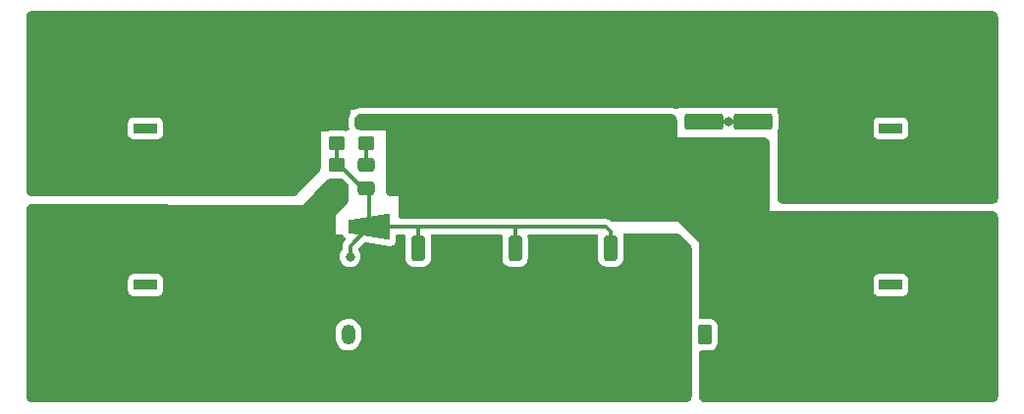
<source format=gbr>
%TF.GenerationSoftware,KiCad,Pcbnew,7.0.2*%
%TF.CreationDate,2023-07-12T23:29:32-04:00*%
%TF.ProjectId,Anti-Spark Switch,416e7469-2d53-4706-9172-6b2053776974,rev?*%
%TF.SameCoordinates,Original*%
%TF.FileFunction,Copper,L1,Top*%
%TF.FilePolarity,Positive*%
%FSLAX46Y46*%
G04 Gerber Fmt 4.6, Leading zero omitted, Abs format (unit mm)*
G04 Created by KiCad (PCBNEW 7.0.2) date 2023-07-12 23:29:32*
%MOMM*%
%LPD*%
G01*
G04 APERTURE LIST*
G04 Aperture macros list*
%AMRoundRect*
0 Rectangle with rounded corners*
0 $1 Rounding radius*
0 $2 $3 $4 $5 $6 $7 $8 $9 X,Y pos of 4 corners*
0 Add a 4 corners polygon primitive as box body*
4,1,4,$2,$3,$4,$5,$6,$7,$8,$9,$2,$3,0*
0 Add four circle primitives for the rounded corners*
1,1,$1+$1,$2,$3*
1,1,$1+$1,$4,$5*
1,1,$1+$1,$6,$7*
1,1,$1+$1,$8,$9*
0 Add four rect primitives between the rounded corners*
20,1,$1+$1,$2,$3,$4,$5,0*
20,1,$1+$1,$4,$5,$6,$7,0*
20,1,$1+$1,$6,$7,$8,$9,0*
20,1,$1+$1,$8,$9,$2,$3,0*%
%AMOutline4P*
0 Free polygon, 4 corners , with rotation*
0 The origin of the aperture is its center*
0 number of corners: always 4*
0 $1 to $8 corner X, Y*
0 $9 Rotation angle, in degrees counterclockwise*
0 create outline with 4 corners*
4,1,4,$1,$2,$3,$4,$5,$6,$7,$8,$1,$2,$9*%
G04 Aperture macros list end*
%TA.AperFunction,SMDPad,CuDef*%
%ADD10RoundRect,0.250000X1.125000X-1.275000X1.125000X1.275000X-1.125000X1.275000X-1.125000X-1.275000X0*%
%TD*%
%TA.AperFunction,SMDPad,CuDef*%
%ADD11RoundRect,0.249997X2.650003X-2.950003X2.650003X2.950003X-2.650003X2.950003X-2.650003X-2.950003X0*%
%TD*%
%TA.AperFunction,SMDPad,CuDef*%
%ADD12RoundRect,0.250000X0.350000X-0.850000X0.350000X0.850000X-0.350000X0.850000X-0.350000X-0.850000X0*%
%TD*%
%TA.AperFunction,ComponentPad*%
%ADD13R,2.000000X0.900000*%
%TD*%
%TA.AperFunction,ComponentPad*%
%ADD14RoundRect,1.025000X1.025000X-1.025000X1.025000X1.025000X-1.025000X1.025000X-1.025000X-1.025000X0*%
%TD*%
%TA.AperFunction,ComponentPad*%
%ADD15C,4.100000*%
%TD*%
%TA.AperFunction,ComponentPad*%
%ADD16RoundRect,1.025000X-1.025000X1.025000X-1.025000X-1.025000X1.025000X-1.025000X1.025000X1.025000X0*%
%TD*%
%TA.AperFunction,SMDPad,CuDef*%
%ADD17R,12.000000X7.000000*%
%TD*%
%TA.AperFunction,SMDPad,CuDef*%
%ADD18RoundRect,0.249999X-1.425001X0.450001X-1.425001X-0.450001X1.425001X-0.450001X1.425001X0.450001X0*%
%TD*%
%TA.AperFunction,SMDPad,CuDef*%
%ADD19Outline4P,-1.800000X-1.150000X1.800000X-0.550000X1.800000X0.550000X-1.800000X1.150000X0.000000*%
%TD*%
%TA.AperFunction,SMDPad,CuDef*%
%ADD20Outline4P,-1.800000X-1.150000X1.800000X-0.550000X1.800000X0.550000X-1.800000X1.150000X180.000000*%
%TD*%
%TA.AperFunction,SMDPad,CuDef*%
%ADD21RoundRect,0.250000X0.450000X-0.350000X0.450000X0.350000X-0.450000X0.350000X-0.450000X-0.350000X0*%
%TD*%
%TA.AperFunction,ComponentPad*%
%ADD22RoundRect,0.250000X-0.350000X-0.625000X0.350000X-0.625000X0.350000X0.625000X-0.350000X0.625000X0*%
%TD*%
%TA.AperFunction,ComponentPad*%
%ADD23O,1.200000X1.750000*%
%TD*%
%TA.AperFunction,SMDPad,CuDef*%
%ADD24RoundRect,0.250000X-0.475000X0.337500X-0.475000X-0.337500X0.475000X-0.337500X0.475000X0.337500X0*%
%TD*%
%TA.AperFunction,SMDPad,CuDef*%
%ADD25RoundRect,0.250000X-0.450000X0.350000X-0.450000X-0.350000X0.450000X-0.350000X0.450000X0.350000X0*%
%TD*%
%TA.AperFunction,ViaPad*%
%ADD26C,0.800000*%
%TD*%
%TA.AperFunction,Conductor*%
%ADD27C,0.300000*%
%TD*%
G04 APERTURE END LIST*
D10*
%TO.P,Q3,2,D*%
%TO.N,Net-(J1-Pin_1)*%
X163190000Y-103715000D03*
X160140000Y-100365000D03*
X160140000Y-103715000D03*
X163190000Y-100365000D03*
D11*
X161665000Y-102040000D03*
D12*
%TO.P,Q3,3,S*%
%TO.N,GND*%
X163945000Y-108340000D03*
%TO.P,Q3,1,G*%
%TO.N,Net-(D1-K)*%
X159385000Y-108340000D03*
%TD*%
D10*
%TO.P,Q2,2,D*%
%TO.N,Net-(J1-Pin_1)*%
X154935000Y-103715000D03*
X151885000Y-100365000D03*
X151885000Y-103715000D03*
X154935000Y-100365000D03*
D11*
X153410000Y-102040000D03*
D12*
%TO.P,Q2,3,S*%
%TO.N,GND*%
X155690000Y-108340000D03*
%TO.P,Q2,1,G*%
%TO.N,Net-(D1-K)*%
X151130000Y-108340000D03*
%TD*%
%TO.P,Q1,1,G*%
%TO.N,Net-(D1-K)*%
X142760000Y-108340000D03*
%TO.P,Q1,3,S*%
%TO.N,GND*%
X147320000Y-108340000D03*
D11*
%TO.P,Q1,2,D*%
%TO.N,Net-(J1-Pin_1)*%
X145040000Y-102040000D03*
D10*
X146565000Y-100365000D03*
X143515000Y-103715000D03*
X143515000Y-100365000D03*
X146565000Y-103715000D03*
%TD*%
D13*
%TO.P,J8,*%
%TO.N,*%
X119260000Y-111525000D03*
X119260000Y-98025000D03*
D14*
%TO.P,J8,1,1*%
%TO.N,GND*%
X125260000Y-108375000D03*
D15*
%TO.P,J8,2,2*%
%TO.N,VCC*%
X125260000Y-101175000D03*
%TD*%
D13*
%TO.P,J5,*%
%TO.N,*%
X183538000Y-98025000D03*
X183538000Y-111525000D03*
D16*
%TO.P,J5,1,1*%
%TO.N,Net-(J1-Pin_1)*%
X177538000Y-108375000D03*
D15*
%TO.P,J5,2,2*%
%TO.N,VCC*%
X177538000Y-101175000D03*
%TD*%
D17*
%TO.P,IN-,1,Pin_1*%
%TO.N,GND*%
X115570000Y-117475000D03*
%TD*%
%TO.P,OUT+,1,Pin_1*%
%TO.N,VCC*%
X186220000Y-92075000D03*
%TD*%
%TO.P,IN+,1,Pin_1*%
%TO.N,VCC*%
X115570000Y-92075000D03*
%TD*%
%TO.P,OUT-,1,Pin_1*%
%TO.N,Net-(J1-Pin_1)*%
X186220000Y-117475000D03*
%TD*%
D18*
%TO.P,R5,2*%
%TO.N,Net-(J7-Pin_1)*%
X167386000Y-97411000D03*
%TO.P,R5,1*%
%TO.N,VCC*%
X167386000Y-91311000D03*
%TD*%
%TO.P,R4,2*%
%TO.N,Net-(J7-Pin_1)*%
X171679000Y-97411000D03*
%TO.P,R4,1*%
%TO.N,VCC*%
X171679000Y-91311000D03*
%TD*%
D19*
%TO.P,D1,2,A*%
%TO.N,GND*%
X132774000Y-106509000D03*
D20*
%TO.P,D1,1,K*%
%TO.N,Net-(D1-K)*%
X138574000Y-106509000D03*
%TD*%
D21*
%TO.P,R3,2*%
%TO.N,Net-(J1-Pin_1)*%
X138303000Y-97330000D03*
%TO.P,R3,1*%
%TO.N,Net-(C1-Pad1)*%
X138303000Y-99330000D03*
%TD*%
D22*
%TO.P,J3,1,Pin_1*%
%TO.N,GND*%
X134747000Y-115824000D03*
D23*
%TO.P,J3,2,Pin_2*%
%TO.N,Net-(D1-K)*%
X136747000Y-115824000D03*
%TD*%
D24*
%TO.P,C1,2*%
%TO.N,Net-(D1-K)*%
X138303000Y-103199000D03*
%TO.P,C1,1*%
%TO.N,Net-(C1-Pad1)*%
X138303000Y-101124000D03*
%TD*%
D25*
%TO.P,R2,2*%
%TO.N,Net-(D1-K)*%
X135763000Y-99314000D03*
%TO.P,R2,1*%
%TO.N,VCC*%
X135763000Y-97314000D03*
%TD*%
%TO.P,R1,1*%
%TO.N,Net-(D1-K)*%
X135763000Y-101124000D03*
%TO.P,R1,2*%
%TO.N,GND*%
X135763000Y-103124000D03*
%TD*%
D22*
%TO.P,J7,1,Pin_1*%
%TO.N,Net-(J7-Pin_1)*%
X167513000Y-115824000D03*
D23*
%TO.P,J7,2,Pin_2*%
%TO.N,Net-(J1-Pin_1)*%
X169513000Y-115824000D03*
%TD*%
D26*
%TO.N,GND*%
X158115000Y-110490000D03*
X149860000Y-110490000D03*
%TO.N,Net-(D1-K)*%
X136906000Y-109093000D03*
%TO.N,GND*%
X161290000Y-110490000D03*
X161290000Y-109220000D03*
X161290000Y-107950000D03*
X153035000Y-110490000D03*
X153035000Y-109220000D03*
X153035000Y-107950000D03*
X144780000Y-110490000D03*
X144780000Y-109220000D03*
X144780000Y-107950000D03*
X161290000Y-111633000D03*
X161290000Y-114173000D03*
X161290000Y-112903000D03*
X161290000Y-115443000D03*
X161290000Y-116713000D03*
X162560000Y-116713000D03*
X165100000Y-111633000D03*
X162560000Y-112903000D03*
X165100000Y-114173000D03*
X163830000Y-112903000D03*
X162560000Y-115443000D03*
X163830000Y-115443000D03*
X165100000Y-112903000D03*
X162560000Y-111633000D03*
X165100000Y-115443000D03*
X163830000Y-116713000D03*
X163830000Y-111633000D03*
X165100000Y-116713000D03*
X163830000Y-114173000D03*
X162560000Y-114173000D03*
X155575000Y-114300000D03*
X154305000Y-114300000D03*
X153035000Y-114300000D03*
X156845000Y-114300000D03*
X158115000Y-114300000D03*
X153035000Y-113030000D03*
X154305000Y-111760000D03*
X153035000Y-111760000D03*
X154305000Y-113030000D03*
X155575000Y-113030000D03*
X158115000Y-115570000D03*
X156845000Y-111760000D03*
X153035000Y-115570000D03*
X158115000Y-116840000D03*
X156845000Y-115570000D03*
X154305000Y-116840000D03*
X156845000Y-116840000D03*
X154305000Y-115570000D03*
X155575000Y-111760000D03*
X158115000Y-113030000D03*
X153035000Y-116840000D03*
X158115000Y-111760000D03*
X156845000Y-113030000D03*
X155575000Y-115570000D03*
X155575000Y-116840000D03*
X147320000Y-114300000D03*
X146050000Y-114300000D03*
X144780000Y-114300000D03*
X148590000Y-114300000D03*
X149860000Y-114300000D03*
X144780000Y-113030000D03*
X146050000Y-111760000D03*
X144780000Y-111760000D03*
X146050000Y-113030000D03*
X147320000Y-113030000D03*
X149860000Y-115570000D03*
X148590000Y-111760000D03*
X144780000Y-115570000D03*
X149860000Y-116840000D03*
X148590000Y-115570000D03*
X146050000Y-116840000D03*
X148590000Y-116840000D03*
X146050000Y-115570000D03*
X147320000Y-111760000D03*
X149860000Y-113030000D03*
X144780000Y-116840000D03*
X149860000Y-111760000D03*
X148590000Y-113030000D03*
X147320000Y-115570000D03*
X147320000Y-116840000D03*
X162560000Y-109220000D03*
X162560000Y-110490000D03*
X165100000Y-110490000D03*
X165100000Y-109220000D03*
X162560000Y-107950000D03*
X163830000Y-110490000D03*
X154305000Y-109220000D03*
X156845000Y-107950000D03*
X154305000Y-110490000D03*
X156845000Y-110490000D03*
X156845000Y-109220000D03*
X154305000Y-107950000D03*
X155575000Y-110490000D03*
X148590000Y-107950000D03*
X148590000Y-109220000D03*
X148590000Y-110490000D03*
X147320000Y-110490000D03*
X146050000Y-110490000D03*
X146050000Y-109220000D03*
X146050000Y-107950000D03*
%TO.N,Net-(J1-Pin_1)*%
X165100000Y-104140000D03*
X165100000Y-100330000D03*
X165100000Y-102870000D03*
X165100000Y-101600000D03*
X160020000Y-101600000D03*
X158750000Y-101600000D03*
X157480000Y-101600000D03*
X161290000Y-101600000D03*
X162560000Y-101600000D03*
X157480000Y-100330000D03*
X158750000Y-99060000D03*
X157480000Y-99060000D03*
X158750000Y-100330000D03*
X160020000Y-100330000D03*
X162560000Y-102870000D03*
X161290000Y-99060000D03*
X163830000Y-104140000D03*
X163830000Y-102870000D03*
X163830000Y-101600000D03*
X157480000Y-102870000D03*
X163830000Y-99060000D03*
X162560000Y-104140000D03*
X161290000Y-102870000D03*
X158750000Y-104140000D03*
X161290000Y-104140000D03*
X158750000Y-102870000D03*
X160020000Y-99060000D03*
X162560000Y-100330000D03*
X163830000Y-100330000D03*
X157480000Y-104140000D03*
X162560000Y-99060000D03*
X161290000Y-100330000D03*
X160020000Y-102870000D03*
X160020000Y-104140000D03*
X152400000Y-101600000D03*
X151130000Y-101600000D03*
X149860000Y-101600000D03*
X153670000Y-101600000D03*
X154940000Y-101600000D03*
X149860000Y-100330000D03*
X151130000Y-99060000D03*
X149860000Y-99060000D03*
X151130000Y-100330000D03*
X152400000Y-100330000D03*
X154940000Y-102870000D03*
X153670000Y-99060000D03*
X156210000Y-104140000D03*
X156210000Y-102870000D03*
X156210000Y-101600000D03*
X149860000Y-102870000D03*
X156210000Y-99060000D03*
X154940000Y-104140000D03*
X153670000Y-102870000D03*
X151130000Y-104140000D03*
X153670000Y-104140000D03*
X151130000Y-102870000D03*
X152400000Y-99060000D03*
X154940000Y-100330000D03*
X156210000Y-100330000D03*
X149860000Y-104140000D03*
X154940000Y-99060000D03*
X153670000Y-100330000D03*
X152400000Y-102870000D03*
X152400000Y-104140000D03*
X148590000Y-104140000D03*
X148590000Y-102870000D03*
X148590000Y-101600000D03*
X148590000Y-100330000D03*
X148590000Y-99060000D03*
X147320000Y-104140000D03*
X146050000Y-104140000D03*
X144780000Y-104140000D03*
X143510000Y-104140000D03*
X142240000Y-104140000D03*
X142240000Y-102870000D03*
X143510000Y-102870000D03*
X144780000Y-102870000D03*
X146050000Y-102870000D03*
X147320000Y-102870000D03*
X147320000Y-101600000D03*
X146050000Y-101600000D03*
X144780000Y-101600000D03*
X143510000Y-101600000D03*
X142240000Y-101600000D03*
X142240000Y-100330000D03*
X143510000Y-100330000D03*
X144780000Y-100330000D03*
X146050000Y-100330000D03*
X147320000Y-100330000D03*
X147320000Y-99060000D03*
X146050000Y-99060000D03*
X144780000Y-99060000D03*
X143510000Y-99060000D03*
X142240000Y-99060000D03*
%TO.N,Net-(J7-Pin_1)*%
X169545000Y-97411000D03*
%TO.N,Net-(J1-Pin_1)*%
X186690000Y-116840000D03*
X190500000Y-116840000D03*
X182880000Y-116840000D03*
X181610000Y-116840000D03*
X187960000Y-116840000D03*
X189230000Y-116840000D03*
X185420000Y-116840000D03*
X191770000Y-116840000D03*
X184150000Y-116840000D03*
X189230000Y-119380000D03*
X187960000Y-119380000D03*
X184150000Y-119380000D03*
X182880000Y-119380000D03*
X180340000Y-119380000D03*
X182880000Y-120650000D03*
X185420000Y-119380000D03*
X187960000Y-118110000D03*
X191770000Y-120650000D03*
X190500000Y-120650000D03*
X180340000Y-115570000D03*
X184150000Y-120650000D03*
X185420000Y-120650000D03*
X190500000Y-119380000D03*
X180340000Y-116840000D03*
X180340000Y-114300000D03*
X187960000Y-120650000D03*
X186690000Y-120650000D03*
X191770000Y-119380000D03*
X186690000Y-119380000D03*
X181610000Y-119380000D03*
X189230000Y-120650000D03*
X190500000Y-118110000D03*
X180340000Y-120650000D03*
X181610000Y-120650000D03*
X180340000Y-118110000D03*
X187960000Y-115570000D03*
X185420000Y-118110000D03*
X191770000Y-118110000D03*
X184150000Y-118110000D03*
X186690000Y-118110000D03*
X189230000Y-118110000D03*
X181610000Y-118110000D03*
X182880000Y-118110000D03*
X185420000Y-115570000D03*
X182880000Y-115570000D03*
X189230000Y-115570000D03*
X186690000Y-115570000D03*
X181610000Y-115570000D03*
X190500000Y-115570000D03*
X191770000Y-115570000D03*
X184150000Y-115570000D03*
X187960000Y-114300000D03*
X190500000Y-114300000D03*
X191770000Y-114300000D03*
X184150000Y-114300000D03*
X186690000Y-114300000D03*
X189230000Y-114300000D03*
X181610000Y-114300000D03*
X182880000Y-114300000D03*
X185420000Y-114300000D03*
%TO.N,GND*%
X116205000Y-116840000D03*
X120015000Y-116840000D03*
X112395000Y-116840000D03*
X111125000Y-116840000D03*
X117475000Y-116840000D03*
X118745000Y-116840000D03*
X114935000Y-116840000D03*
X121285000Y-116840000D03*
X113665000Y-116840000D03*
X118745000Y-119380000D03*
X117475000Y-119380000D03*
X113665000Y-119380000D03*
X112395000Y-119380000D03*
X109855000Y-119380000D03*
X112395000Y-120650000D03*
X114935000Y-119380000D03*
X117475000Y-118110000D03*
X121285000Y-120650000D03*
X120015000Y-120650000D03*
X109855000Y-115570000D03*
X113665000Y-120650000D03*
X114935000Y-120650000D03*
X120015000Y-119380000D03*
X109855000Y-116840000D03*
X109855000Y-114300000D03*
X117475000Y-120650000D03*
X116205000Y-120650000D03*
X121285000Y-119380000D03*
X116205000Y-119380000D03*
X111125000Y-119380000D03*
X118745000Y-120650000D03*
X120015000Y-118110000D03*
X109855000Y-120650000D03*
X111125000Y-120650000D03*
X109855000Y-118110000D03*
X117475000Y-115570000D03*
X114935000Y-118110000D03*
X121285000Y-118110000D03*
X113665000Y-118110000D03*
X116205000Y-118110000D03*
X118745000Y-118110000D03*
X111125000Y-118110000D03*
X112395000Y-118110000D03*
X114935000Y-115570000D03*
X112395000Y-115570000D03*
X118745000Y-115570000D03*
X116205000Y-115570000D03*
X111125000Y-115570000D03*
X120015000Y-115570000D03*
X121285000Y-115570000D03*
X113665000Y-115570000D03*
X117475000Y-114300000D03*
X120015000Y-114300000D03*
X121285000Y-114300000D03*
X113665000Y-114300000D03*
X116205000Y-114300000D03*
X118745000Y-114300000D03*
X111125000Y-114300000D03*
X112395000Y-114300000D03*
X114935000Y-114300000D03*
%TO.N,VCC*%
X116205000Y-91440000D03*
X120015000Y-91440000D03*
X112395000Y-91440000D03*
X111125000Y-91440000D03*
X117475000Y-91440000D03*
X118745000Y-91440000D03*
X114935000Y-91440000D03*
X121285000Y-91440000D03*
X113665000Y-91440000D03*
X118745000Y-93980000D03*
X117475000Y-93980000D03*
X113665000Y-93980000D03*
X112395000Y-93980000D03*
X109855000Y-93980000D03*
X112395000Y-95250000D03*
X114935000Y-93980000D03*
X117475000Y-92710000D03*
X121285000Y-95250000D03*
X120015000Y-95250000D03*
X109855000Y-90170000D03*
X113665000Y-95250000D03*
X114935000Y-95250000D03*
X120015000Y-93980000D03*
X109855000Y-91440000D03*
X109855000Y-88900000D03*
X117475000Y-95250000D03*
X116205000Y-95250000D03*
X121285000Y-93980000D03*
X116205000Y-93980000D03*
X111125000Y-93980000D03*
X118745000Y-95250000D03*
X120015000Y-92710000D03*
X109855000Y-95250000D03*
X111125000Y-95250000D03*
X109855000Y-92710000D03*
X117475000Y-90170000D03*
X114935000Y-92710000D03*
X121285000Y-92710000D03*
X113665000Y-92710000D03*
X116205000Y-92710000D03*
X118745000Y-92710000D03*
X111125000Y-92710000D03*
X112395000Y-92710000D03*
X114935000Y-90170000D03*
X112395000Y-90170000D03*
X118745000Y-90170000D03*
X116205000Y-90170000D03*
X111125000Y-90170000D03*
X120015000Y-90170000D03*
X121285000Y-90170000D03*
X113665000Y-90170000D03*
X117475000Y-88900000D03*
X120015000Y-88900000D03*
X121285000Y-88900000D03*
X113665000Y-88900000D03*
X116205000Y-88900000D03*
X118745000Y-88900000D03*
X111125000Y-88900000D03*
X112395000Y-88900000D03*
X114935000Y-88900000D03*
X180340000Y-91440000D03*
X180340000Y-93980000D03*
X180340000Y-95250000D03*
X180340000Y-92710000D03*
X180340000Y-90170000D03*
X180340000Y-88900000D03*
X187960000Y-95250000D03*
X190500000Y-95250000D03*
X191770000Y-95250000D03*
X184150000Y-95250000D03*
X186690000Y-95250000D03*
X189230000Y-95250000D03*
X181610000Y-95250000D03*
X182880000Y-95250000D03*
X185420000Y-95250000D03*
X187960000Y-93980000D03*
X190500000Y-93980000D03*
X191770000Y-93980000D03*
X184150000Y-93980000D03*
X186690000Y-93980000D03*
X189230000Y-93980000D03*
X181610000Y-93980000D03*
X182880000Y-93980000D03*
X185420000Y-93980000D03*
X187960000Y-92710000D03*
X190500000Y-92710000D03*
X191770000Y-92710000D03*
X184150000Y-92710000D03*
X186690000Y-92710000D03*
X189230000Y-92710000D03*
X181610000Y-92710000D03*
X182880000Y-92710000D03*
X185420000Y-92710000D03*
X187960000Y-91440000D03*
X190500000Y-91440000D03*
X191770000Y-91440000D03*
X184150000Y-91440000D03*
X186690000Y-91440000D03*
X189230000Y-91440000D03*
X181610000Y-91440000D03*
X182880000Y-91440000D03*
X185420000Y-91440000D03*
X187960000Y-90170000D03*
X190500000Y-90170000D03*
X191770000Y-90170000D03*
X184150000Y-90170000D03*
X186690000Y-90170000D03*
X189230000Y-90170000D03*
X181610000Y-90170000D03*
X182880000Y-90170000D03*
X185420000Y-90170000D03*
X181610000Y-88900000D03*
X182880000Y-88900000D03*
X184150000Y-88900000D03*
X185420000Y-88900000D03*
X186690000Y-88900000D03*
X187960000Y-88900000D03*
X189230000Y-88900000D03*
X190500000Y-88900000D03*
X191770000Y-88900000D03*
%TD*%
D27*
%TO.N,Net-(D1-K)*%
X138574000Y-106509000D02*
X142748000Y-106509000D01*
X136906000Y-109093000D02*
X136906000Y-108177000D01*
X136906000Y-108177000D02*
X138574000Y-106509000D01*
X138574000Y-103470000D02*
X138303000Y-103199000D01*
X138574000Y-106509000D02*
X138574000Y-103470000D01*
%TO.N,Net-(J7-Pin_1)*%
X171679000Y-97411000D02*
X167386000Y-97411000D01*
%TO.N,Net-(D1-K)*%
X159385000Y-106934000D02*
X159385000Y-108340000D01*
X158960000Y-106509000D02*
X159385000Y-106934000D01*
X151130000Y-106509000D02*
X158960000Y-106509000D01*
%TO.N,Net-(C1-Pad1)*%
X138303000Y-101124000D02*
X138303000Y-99330000D01*
%TO.N,Net-(D1-K)*%
X135763000Y-101124000D02*
X135763000Y-99314000D01*
X137997000Y-103199000D02*
X138303000Y-103199000D01*
X135922000Y-101124000D02*
X137997000Y-103199000D01*
X142760000Y-106521000D02*
X142748000Y-106509000D01*
X142760000Y-108340000D02*
X142760000Y-106521000D01*
X142748000Y-106509000D02*
X151130000Y-106509000D01*
X151130000Y-108340000D02*
X151130000Y-106509000D01*
%TD*%
%TA.AperFunction,Conductor*%
%TO.N,GND*%
G36*
X136255731Y-102381685D02*
G01*
X136276373Y-102398319D01*
X136742682Y-102864628D01*
X136776166Y-102925949D01*
X136779000Y-102952307D01*
X136779000Y-104178767D01*
X136777939Y-104194953D01*
X136764093Y-104300117D01*
X136755715Y-104331383D01*
X136718260Y-104421808D01*
X136702075Y-104449842D01*
X136637496Y-104534003D01*
X136626801Y-104546198D01*
X135785321Y-105387678D01*
X135785313Y-105387686D01*
X135636000Y-105537000D01*
X135636000Y-107188000D01*
X136138144Y-107185844D01*
X136138146Y-107185845D01*
X136201435Y-107185573D01*
X136268558Y-107204969D01*
X136314539Y-107257576D01*
X136315330Y-107259324D01*
X136345595Y-107327605D01*
X136438620Y-107437417D01*
X136483946Y-107467267D01*
X136529109Y-107520578D01*
X136538279Y-107589844D01*
X136508546Y-107653071D01*
X136494039Y-107665429D01*
X136440133Y-107722833D01*
X136437428Y-107725625D01*
X136417089Y-107745965D01*
X136414713Y-107749027D01*
X136414702Y-107749040D01*
X136414378Y-107749459D01*
X136406806Y-107758323D01*
X136375550Y-107791607D01*
X136365322Y-107810212D01*
X136354645Y-107826467D01*
X136341636Y-107843238D01*
X136323506Y-107885132D01*
X136318370Y-107895616D01*
X136296372Y-107935632D01*
X136291091Y-107956199D01*
X136284791Y-107974600D01*
X136276364Y-107994074D01*
X136269223Y-108039161D01*
X136266855Y-108050593D01*
X136257405Y-108087406D01*
X136255500Y-108094824D01*
X136255500Y-108116045D01*
X136253973Y-108135443D01*
X136250653Y-108156405D01*
X136254950Y-108201858D01*
X136255500Y-108213528D01*
X136255500Y-108422077D01*
X136235815Y-108489116D01*
X136223650Y-108505049D01*
X136173466Y-108560783D01*
X136078820Y-108724715D01*
X136020326Y-108904742D01*
X136000540Y-109093000D01*
X136020326Y-109281257D01*
X136078820Y-109461284D01*
X136173466Y-109625216D01*
X136300129Y-109765889D01*
X136453269Y-109877151D01*
X136626197Y-109954144D01*
X136811352Y-109993500D01*
X136811354Y-109993500D01*
X137000648Y-109993500D01*
X137124083Y-109967262D01*
X137185803Y-109954144D01*
X137358730Y-109877151D01*
X137511871Y-109765888D01*
X137638533Y-109625216D01*
X137733179Y-109461284D01*
X137791674Y-109281256D01*
X137811460Y-109093000D01*
X137791674Y-108904744D01*
X137733179Y-108724716D01*
X137733179Y-108724715D01*
X137638535Y-108560787D01*
X137638534Y-108560786D01*
X137638533Y-108560784D01*
X137624229Y-108544898D01*
X137594001Y-108481909D01*
X137602625Y-108412574D01*
X137628697Y-108374248D01*
X138153914Y-107849030D01*
X138215235Y-107815547D01*
X138261975Y-107814400D01*
X140357534Y-108163660D01*
X140368350Y-108164615D01*
X140368350Y-108164614D01*
X140368351Y-108164615D01*
X140439688Y-108155170D01*
X140511027Y-108145726D01*
X140642603Y-108087406D01*
X140752419Y-107994378D01*
X140831577Y-107874180D01*
X140873665Y-107736549D01*
X140874500Y-107725724D01*
X140874500Y-107288986D01*
X140894185Y-107221947D01*
X140946989Y-107176192D01*
X140997968Y-107164987D01*
X141106583Y-107164520D01*
X141555609Y-107162593D01*
X141622731Y-107181990D01*
X141668712Y-107234597D01*
X141678952Y-107303712D01*
X141673847Y-107325592D01*
X141670001Y-107337199D01*
X141659819Y-107436858D01*
X141659817Y-107436878D01*
X141659500Y-107439991D01*
X141659500Y-107443138D01*
X141659500Y-107443139D01*
X141659500Y-109236859D01*
X141659500Y-109236878D01*
X141659501Y-109240008D01*
X141659820Y-109243140D01*
X141659821Y-109243141D01*
X141670000Y-109342796D01*
X141725186Y-109509334D01*
X141817288Y-109658657D01*
X141941342Y-109782711D01*
X141941344Y-109782712D01*
X142090666Y-109874814D01*
X142202016Y-109911712D01*
X142257202Y-109929999D01*
X142356858Y-109940180D01*
X142356859Y-109940180D01*
X142359991Y-109940500D01*
X143160008Y-109940499D01*
X143262797Y-109929999D01*
X143429334Y-109874814D01*
X143578656Y-109782712D01*
X143702712Y-109658656D01*
X143794814Y-109509334D01*
X143849999Y-109342797D01*
X143860500Y-109240009D01*
X143860499Y-107439992D01*
X143849999Y-107337203D01*
X143845127Y-107322503D01*
X143842726Y-107252676D01*
X143878457Y-107192634D01*
X143940977Y-107161441D01*
X143962834Y-107159500D01*
X149927166Y-107159500D01*
X149994205Y-107179185D01*
X150039960Y-107231989D01*
X150049904Y-107301147D01*
X150044871Y-107322506D01*
X150040000Y-107337202D01*
X150029819Y-107436858D01*
X150029817Y-107436878D01*
X150029500Y-107439991D01*
X150029500Y-107443138D01*
X150029500Y-107443139D01*
X150029500Y-109236859D01*
X150029500Y-109236878D01*
X150029501Y-109240008D01*
X150029820Y-109243140D01*
X150029821Y-109243141D01*
X150040000Y-109342796D01*
X150095186Y-109509334D01*
X150187288Y-109658657D01*
X150311342Y-109782711D01*
X150311344Y-109782712D01*
X150460666Y-109874814D01*
X150572017Y-109911712D01*
X150627202Y-109929999D01*
X150726858Y-109940180D01*
X150726859Y-109940180D01*
X150729991Y-109940500D01*
X151530008Y-109940499D01*
X151632797Y-109929999D01*
X151799334Y-109874814D01*
X151948656Y-109782712D01*
X152072712Y-109658656D01*
X152164814Y-109509334D01*
X152219999Y-109342797D01*
X152230500Y-109240009D01*
X152230499Y-107439992D01*
X152219999Y-107337203D01*
X152215127Y-107322503D01*
X152212726Y-107252676D01*
X152248457Y-107192634D01*
X152310977Y-107161441D01*
X152332834Y-107159500D01*
X158182166Y-107159500D01*
X158249205Y-107179185D01*
X158294960Y-107231989D01*
X158304904Y-107301147D01*
X158299871Y-107322506D01*
X158295000Y-107337202D01*
X158284819Y-107436858D01*
X158284817Y-107436878D01*
X158284500Y-107439991D01*
X158284500Y-107443138D01*
X158284500Y-107443139D01*
X158284500Y-109236859D01*
X158284500Y-109236878D01*
X158284501Y-109240008D01*
X158284820Y-109243140D01*
X158284821Y-109243141D01*
X158295000Y-109342796D01*
X158350186Y-109509334D01*
X158442288Y-109658657D01*
X158566342Y-109782711D01*
X158566344Y-109782712D01*
X158715666Y-109874814D01*
X158827017Y-109911712D01*
X158882202Y-109929999D01*
X158981858Y-109940180D01*
X158981859Y-109940180D01*
X158984991Y-109940500D01*
X159785008Y-109940499D01*
X159887797Y-109929999D01*
X160054334Y-109874814D01*
X160203656Y-109782712D01*
X160327712Y-109658656D01*
X160419814Y-109509334D01*
X160474999Y-109342797D01*
X160485500Y-109240009D01*
X160485499Y-107439992D01*
X160474999Y-107337203D01*
X160444122Y-107244025D01*
X160441721Y-107174198D01*
X160477453Y-107114156D01*
X160539973Y-107082963D01*
X160561284Y-107081024D01*
X165010468Y-107061929D01*
X165026745Y-107062932D01*
X165053694Y-107066381D01*
X165132530Y-107076474D01*
X165163986Y-107084806D01*
X165254983Y-107122270D01*
X165283189Y-107138500D01*
X165323350Y-107169271D01*
X165367852Y-107203368D01*
X165380117Y-107214117D01*
X166217801Y-108051801D01*
X166228496Y-108063996D01*
X166293075Y-108148157D01*
X166309260Y-108176191D01*
X166346715Y-108266616D01*
X166355093Y-108297882D01*
X166368939Y-108403046D01*
X166370000Y-108419232D01*
X166370000Y-121157874D01*
X166368939Y-121174060D01*
X166355093Y-121279224D01*
X166346715Y-121310491D01*
X166309259Y-121400918D01*
X166293074Y-121428951D01*
X166233491Y-121506601D01*
X166210601Y-121529491D01*
X166132951Y-121589074D01*
X166104918Y-121605259D01*
X166014491Y-121642715D01*
X165983224Y-121651093D01*
X165889398Y-121663446D01*
X165878058Y-121664939D01*
X165861874Y-121666000D01*
X109474126Y-121666000D01*
X109457941Y-121664939D01*
X109444917Y-121663224D01*
X109352775Y-121651093D01*
X109321508Y-121642715D01*
X109231081Y-121605259D01*
X109203048Y-121589074D01*
X109125398Y-121529491D01*
X109102508Y-121506601D01*
X109042925Y-121428951D01*
X109026740Y-121400918D01*
X108989284Y-121310491D01*
X108980906Y-121279223D01*
X108967061Y-121174059D01*
X108966000Y-121157874D01*
X108966000Y-116151425D01*
X135646500Y-116151425D01*
X135646779Y-116154355D01*
X135646781Y-116154380D01*
X135661471Y-116308215D01*
X135720683Y-116509873D01*
X135816990Y-116696684D01*
X135946906Y-116861884D01*
X136105745Y-116999520D01*
X136204259Y-117056397D01*
X136287756Y-117104604D01*
X136381241Y-117136959D01*
X136486366Y-117173344D01*
X136521298Y-117178366D01*
X136694398Y-117203254D01*
X136904330Y-117193254D01*
X137108576Y-117143704D01*
X137194195Y-117104603D01*
X137299752Y-117056397D01*
X137379624Y-116999520D01*
X137470952Y-116934486D01*
X137615986Y-116782378D01*
X137729613Y-116605572D01*
X137807725Y-116410457D01*
X137847500Y-116204085D01*
X137847500Y-115496575D01*
X137832528Y-115339782D01*
X137773316Y-115138125D01*
X137677011Y-114951318D01*
X137609618Y-114865622D01*
X137547093Y-114786115D01*
X137388254Y-114648479D01*
X137206245Y-114543396D01*
X137007633Y-114474655D01*
X136799603Y-114444746D01*
X136799602Y-114444746D01*
X136694635Y-114449746D01*
X136589669Y-114454746D01*
X136385419Y-114504297D01*
X136194247Y-114591602D01*
X136023050Y-114713512D01*
X135878013Y-114865623D01*
X135764387Y-115042425D01*
X135686274Y-115237545D01*
X135646500Y-115443913D01*
X135646500Y-115443915D01*
X135646500Y-116151425D01*
X108966000Y-116151425D01*
X108966000Y-112019578D01*
X117759500Y-112019578D01*
X117759501Y-112022872D01*
X117765909Y-112082483D01*
X117816204Y-112217331D01*
X117902454Y-112332546D01*
X118017669Y-112418796D01*
X118152517Y-112469091D01*
X118212127Y-112475500D01*
X120307872Y-112475499D01*
X120367483Y-112469091D01*
X120502331Y-112418796D01*
X120617546Y-112332546D01*
X120703796Y-112217331D01*
X120754091Y-112082483D01*
X120760500Y-112022873D01*
X120760499Y-111027128D01*
X120754091Y-110967517D01*
X120703796Y-110832669D01*
X120617546Y-110717454D01*
X120502331Y-110631204D01*
X120367483Y-110580909D01*
X120307873Y-110574500D01*
X120304550Y-110574500D01*
X118215439Y-110574500D01*
X118215420Y-110574500D01*
X118212128Y-110574501D01*
X118208848Y-110574853D01*
X118208840Y-110574854D01*
X118152515Y-110580909D01*
X118017669Y-110631204D01*
X117902454Y-110717454D01*
X117816204Y-110832668D01*
X117765910Y-110967515D01*
X117765909Y-110967517D01*
X117759500Y-111027127D01*
X117759500Y-111030448D01*
X117759500Y-111030449D01*
X117759500Y-112019560D01*
X117759500Y-112019578D01*
X108966000Y-112019578D01*
X108966000Y-105031822D01*
X108967068Y-105015583D01*
X108968581Y-105004125D01*
X108981007Y-104910064D01*
X108989439Y-104878707D01*
X109027145Y-104788017D01*
X109043428Y-104759929D01*
X109103386Y-104682148D01*
X109126412Y-104659245D01*
X109204510Y-104599702D01*
X109232695Y-104583562D01*
X109323574Y-104546343D01*
X109354981Y-104538076D01*
X109460581Y-104524697D01*
X109476812Y-104523717D01*
X116019165Y-104558516D01*
X126327470Y-104613347D01*
X132842000Y-104648000D01*
X134847233Y-102524810D01*
X134859571Y-102513405D01*
X134945146Y-102444444D01*
X134973860Y-102427128D01*
X135066984Y-102386987D01*
X135099286Y-102378002D01*
X135186461Y-102366103D01*
X135208180Y-102363139D01*
X135224949Y-102362000D01*
X136188692Y-102362000D01*
X136255731Y-102381685D01*
G37*
%TD.AperFunction*%
%TD*%
%TA.AperFunction,Conductor*%
%TO.N,VCC*%
G36*
X192294059Y-87885061D02*
G01*
X192399223Y-87898906D01*
X192430491Y-87907284D01*
X192520918Y-87944740D01*
X192548952Y-87960925D01*
X192626602Y-88020509D01*
X192649491Y-88043398D01*
X192709074Y-88121048D01*
X192725259Y-88149081D01*
X192762715Y-88239508D01*
X192771093Y-88270775D01*
X192784939Y-88375939D01*
X192786000Y-88392125D01*
X192786000Y-104012874D01*
X192784939Y-104029060D01*
X192771093Y-104134224D01*
X192762715Y-104165491D01*
X192725259Y-104255918D01*
X192709074Y-104283951D01*
X192649491Y-104361601D01*
X192626601Y-104384491D01*
X192548951Y-104444074D01*
X192520918Y-104460259D01*
X192430491Y-104497715D01*
X192399224Y-104506093D01*
X192305398Y-104518446D01*
X192294058Y-104519939D01*
X192277874Y-104521000D01*
X174244126Y-104521000D01*
X174227941Y-104519939D01*
X174214917Y-104518224D01*
X174122775Y-104506093D01*
X174091508Y-104497715D01*
X174001081Y-104460259D01*
X173973048Y-104444074D01*
X173895398Y-104384491D01*
X173872508Y-104361601D01*
X173812925Y-104283951D01*
X173796740Y-104255918D01*
X173759284Y-104165491D01*
X173750906Y-104134223D01*
X173737061Y-104029059D01*
X173736000Y-104012874D01*
X173736000Y-98519578D01*
X182037500Y-98519578D01*
X182037501Y-98522872D01*
X182043909Y-98582483D01*
X182094204Y-98717331D01*
X182180454Y-98832546D01*
X182295669Y-98918796D01*
X182430517Y-98969091D01*
X182490127Y-98975500D01*
X184585872Y-98975499D01*
X184645483Y-98969091D01*
X184780331Y-98918796D01*
X184895546Y-98832546D01*
X184981796Y-98717331D01*
X185032091Y-98582483D01*
X185038500Y-98522873D01*
X185038499Y-97527128D01*
X185032091Y-97467517D01*
X184981796Y-97332669D01*
X184895546Y-97217454D01*
X184780331Y-97131204D01*
X184645483Y-97080909D01*
X184585873Y-97074500D01*
X184582550Y-97074500D01*
X182493439Y-97074500D01*
X182493420Y-97074500D01*
X182490128Y-97074501D01*
X182486848Y-97074853D01*
X182486840Y-97074854D01*
X182430515Y-97080909D01*
X182295669Y-97131204D01*
X182180454Y-97217454D01*
X182094204Y-97332668D01*
X182043910Y-97467515D01*
X182043909Y-97467517D01*
X182037500Y-97527127D01*
X182037500Y-97530448D01*
X182037500Y-97530449D01*
X182037500Y-98519560D01*
X182037500Y-98519578D01*
X173736000Y-98519578D01*
X173736000Y-98301126D01*
X173754460Y-98236030D01*
X173788814Y-98180335D01*
X173843999Y-98013798D01*
X173854500Y-97911010D01*
X173854500Y-96910990D01*
X173854180Y-96907857D01*
X173843999Y-96808201D01*
X173809244Y-96703318D01*
X173788814Y-96641665D01*
X173746675Y-96573347D01*
X173736000Y-96556039D01*
X173736000Y-96266000D01*
X173396132Y-96267171D01*
X173256798Y-96221000D01*
X173157142Y-96210819D01*
X173157123Y-96210818D01*
X173154010Y-96210500D01*
X170203990Y-96210500D01*
X170200877Y-96210817D01*
X170200857Y-96210819D01*
X170101201Y-96221000D01*
X169944539Y-96272913D01*
X169905963Y-96279206D01*
X169167573Y-96281752D01*
X169128141Y-96275459D01*
X168963798Y-96221000D01*
X168864142Y-96210819D01*
X168864123Y-96210818D01*
X168861010Y-96210500D01*
X165910990Y-96210500D01*
X165907877Y-96210817D01*
X165907857Y-96210819D01*
X165808201Y-96221000D01*
X165627909Y-96280744D01*
X165627634Y-96279915D01*
X165577830Y-96294131D01*
X164836874Y-96296686D01*
X164812256Y-96294305D01*
X164781179Y-96288123D01*
X164781154Y-96288118D01*
X164779204Y-96287731D01*
X164674040Y-96273886D01*
X164672012Y-96273669D01*
X164641126Y-96270644D01*
X164639121Y-96270497D01*
X164624941Y-96269583D01*
X164622887Y-96269498D01*
X164591874Y-96268500D01*
X164589858Y-96268484D01*
X139011811Y-96268500D01*
X138972807Y-96262206D01*
X138905797Y-96240000D01*
X138806141Y-96229819D01*
X138806122Y-96229818D01*
X138803009Y-96229500D01*
X138799860Y-96229500D01*
X137806140Y-96229500D01*
X137806120Y-96229500D01*
X137802992Y-96229501D01*
X137799860Y-96229820D01*
X137799858Y-96229821D01*
X137700203Y-96240000D01*
X137533665Y-96295185D01*
X137522685Y-96301958D01*
X137497452Y-96313835D01*
X137450992Y-96329606D01*
X137450976Y-96329611D01*
X137449064Y-96330261D01*
X137447192Y-96331036D01*
X137447185Y-96331039D01*
X137360501Y-96366944D01*
X137360483Y-96366951D01*
X137358634Y-96367718D01*
X137356846Y-96368599D01*
X137356830Y-96368607D01*
X137310192Y-96391606D01*
X136906000Y-96393000D01*
X136906000Y-96794366D01*
X136881623Y-96843799D01*
X136881607Y-96843833D01*
X136880719Y-96845635D01*
X136879944Y-96847505D01*
X136879939Y-96847517D01*
X136844040Y-96934183D01*
X136844027Y-96934217D01*
X136843263Y-96936062D01*
X136822008Y-96998678D01*
X136821491Y-97000607D01*
X136821486Y-97000624D01*
X136814151Y-97027997D01*
X136814142Y-97028031D01*
X136813630Y-97029946D01*
X136813237Y-97031919D01*
X136813235Y-97031930D01*
X136804768Y-97074501D01*
X136800731Y-97094795D01*
X136800467Y-97096793D01*
X136800466Y-97096805D01*
X136786886Y-97199959D01*
X136786669Y-97201987D01*
X136783644Y-97232873D01*
X136783497Y-97234878D01*
X136782583Y-97249058D01*
X136782498Y-97251112D01*
X136781500Y-97282125D01*
X136781484Y-97284141D01*
X136781500Y-97662874D01*
X136781550Y-97664917D01*
X136782583Y-97695941D01*
X136782698Y-97697939D01*
X136783644Y-97712126D01*
X136783828Y-97714165D01*
X136786886Y-97745040D01*
X136787133Y-97747042D01*
X136800464Y-97848183D01*
X136800468Y-97848210D01*
X136800731Y-97850204D01*
X136813630Y-97915053D01*
X136814144Y-97916973D01*
X136814151Y-97917001D01*
X136821486Y-97944374D01*
X136822008Y-97946321D01*
X136822657Y-97948234D01*
X136822658Y-97948236D01*
X136829848Y-97969417D01*
X136832758Y-98039226D01*
X136810805Y-98084760D01*
X136770046Y-98137877D01*
X136769490Y-98138603D01*
X136746601Y-98161491D01*
X136668951Y-98221074D01*
X136640918Y-98237259D01*
X136579069Y-98262878D01*
X136509600Y-98270347D01*
X136492612Y-98266023D01*
X136365797Y-98224000D01*
X136266141Y-98213819D01*
X136266122Y-98213818D01*
X136263009Y-98213500D01*
X136259860Y-98213500D01*
X135266140Y-98213500D01*
X135266120Y-98213500D01*
X135262992Y-98213501D01*
X135259860Y-98213820D01*
X135259858Y-98213821D01*
X135160203Y-98224000D01*
X134993665Y-98279186D01*
X134993094Y-98279539D01*
X134989679Y-98280507D01*
X134979909Y-98283745D01*
X134979767Y-98283318D01*
X134927998Y-98298000D01*
X134366000Y-98298000D01*
X134366000Y-98798000D01*
X134366000Y-98802053D01*
X134366000Y-101393378D01*
X134365015Y-101408979D01*
X134352150Y-101510419D01*
X134344362Y-101540629D01*
X134309504Y-101628306D01*
X134294422Y-101655618D01*
X134234127Y-101738195D01*
X134224132Y-101750213D01*
X132360767Y-103723187D01*
X132348424Y-103734597D01*
X132262857Y-103803552D01*
X132234134Y-103820873D01*
X132141022Y-103861009D01*
X132108708Y-103869998D01*
X131999821Y-103884861D01*
X131983051Y-103886000D01*
X109474126Y-103886000D01*
X109457941Y-103884939D01*
X109444917Y-103883224D01*
X109352775Y-103871093D01*
X109321508Y-103862715D01*
X109231081Y-103825259D01*
X109203048Y-103809074D01*
X109125398Y-103749491D01*
X109102508Y-103726601D01*
X109099888Y-103723187D01*
X109042925Y-103648951D01*
X109026740Y-103620918D01*
X108989284Y-103530491D01*
X108980906Y-103499223D01*
X108967061Y-103394059D01*
X108966000Y-103377874D01*
X108966000Y-98519578D01*
X117759500Y-98519578D01*
X117759501Y-98522872D01*
X117765909Y-98582483D01*
X117816204Y-98717331D01*
X117902454Y-98832546D01*
X118017669Y-98918796D01*
X118152517Y-98969091D01*
X118212127Y-98975500D01*
X120307872Y-98975499D01*
X120367483Y-98969091D01*
X120502331Y-98918796D01*
X120617546Y-98832546D01*
X120703796Y-98717331D01*
X120754091Y-98582483D01*
X120760500Y-98522873D01*
X120760499Y-97527128D01*
X120754091Y-97467517D01*
X120703796Y-97332669D01*
X120617546Y-97217454D01*
X120502331Y-97131204D01*
X120367483Y-97080909D01*
X120307873Y-97074500D01*
X120304550Y-97074500D01*
X118215439Y-97074500D01*
X118215420Y-97074500D01*
X118212128Y-97074501D01*
X118208848Y-97074853D01*
X118208840Y-97074854D01*
X118152515Y-97080909D01*
X118017669Y-97131204D01*
X117902454Y-97217454D01*
X117816204Y-97332668D01*
X117765910Y-97467515D01*
X117765909Y-97467517D01*
X117759500Y-97527127D01*
X117759500Y-97530448D01*
X117759500Y-97530449D01*
X117759500Y-98519560D01*
X117759500Y-98519578D01*
X108966000Y-98519578D01*
X108966000Y-88392125D01*
X108967061Y-88375940D01*
X108980906Y-88270776D01*
X108989284Y-88239508D01*
X109026740Y-88149081D01*
X109042923Y-88121050D01*
X109102513Y-88043392D01*
X109125392Y-88020513D01*
X109203050Y-87960923D01*
X109231079Y-87944740D01*
X109321509Y-87907283D01*
X109352775Y-87898906D01*
X109457940Y-87885061D01*
X109474126Y-87884000D01*
X192277874Y-87884000D01*
X192294059Y-87885061D01*
G37*
%TD.AperFunction*%
%TD*%
%TA.AperFunction,Conductor*%
%TO.N,Net-(J1-Pin_1)*%
G36*
X164608059Y-96775061D02*
G01*
X164713223Y-96788906D01*
X164744491Y-96797284D01*
X164834918Y-96834740D01*
X164862952Y-96850925D01*
X164940602Y-96910509D01*
X164963491Y-96933398D01*
X165023074Y-97011048D01*
X165039259Y-97039081D01*
X165076715Y-97129508D01*
X165085093Y-97160775D01*
X165098939Y-97265939D01*
X165100000Y-97282124D01*
X165100000Y-98806000D01*
X172592874Y-98806000D01*
X172609059Y-98807061D01*
X172714223Y-98820906D01*
X172745491Y-98829284D01*
X172835918Y-98866740D01*
X172863952Y-98882925D01*
X172941602Y-98942509D01*
X172964491Y-98965398D01*
X173024074Y-99043048D01*
X173040259Y-99071081D01*
X173077715Y-99161508D01*
X173086093Y-99192775D01*
X173099939Y-99297939D01*
X173101000Y-99314125D01*
X173101000Y-105156000D01*
X192277874Y-105156000D01*
X192294059Y-105157061D01*
X192399223Y-105170906D01*
X192430491Y-105179284D01*
X192520918Y-105216740D01*
X192548952Y-105232925D01*
X192626602Y-105292509D01*
X192649491Y-105315398D01*
X192709074Y-105393048D01*
X192725259Y-105421081D01*
X192762715Y-105511508D01*
X192771093Y-105542775D01*
X192784939Y-105647939D01*
X192786000Y-105664125D01*
X192786000Y-121157874D01*
X192784939Y-121174060D01*
X192771093Y-121279224D01*
X192762715Y-121310491D01*
X192725259Y-121400918D01*
X192709074Y-121428951D01*
X192649491Y-121506601D01*
X192626601Y-121529491D01*
X192548951Y-121589074D01*
X192520918Y-121605259D01*
X192430491Y-121642715D01*
X192399224Y-121651093D01*
X192305398Y-121663446D01*
X192294058Y-121664939D01*
X192277874Y-121666000D01*
X167513126Y-121666000D01*
X167496941Y-121664939D01*
X167483917Y-121663224D01*
X167391775Y-121651093D01*
X167360508Y-121642715D01*
X167270081Y-121605259D01*
X167242048Y-121589074D01*
X167164398Y-121529491D01*
X167141508Y-121506601D01*
X167081925Y-121428951D01*
X167065740Y-121400918D01*
X167028284Y-121310491D01*
X167019906Y-121279223D01*
X167006061Y-121174059D01*
X167005000Y-121157874D01*
X167005000Y-117323499D01*
X167024685Y-117256460D01*
X167077489Y-117210705D01*
X167128995Y-117199499D01*
X167913008Y-117199499D01*
X168015797Y-117188999D01*
X168182334Y-117133814D01*
X168331656Y-117041712D01*
X168455712Y-116917656D01*
X168547814Y-116768334D01*
X168602999Y-116601797D01*
X168613500Y-116499009D01*
X168613499Y-115148992D01*
X168602999Y-115046203D01*
X168547814Y-114879666D01*
X168455712Y-114730344D01*
X168455711Y-114730342D01*
X168331657Y-114606288D01*
X168182334Y-114514186D01*
X168015797Y-114459000D01*
X167916141Y-114448819D01*
X167916122Y-114448818D01*
X167913009Y-114448500D01*
X167909860Y-114448500D01*
X167129000Y-114448500D01*
X167061961Y-114428815D01*
X167016206Y-114376011D01*
X167005000Y-114324500D01*
X167005000Y-112019578D01*
X182037500Y-112019578D01*
X182037501Y-112022872D01*
X182043909Y-112082483D01*
X182094204Y-112217331D01*
X182180454Y-112332546D01*
X182295669Y-112418796D01*
X182430517Y-112469091D01*
X182490127Y-112475500D01*
X184585872Y-112475499D01*
X184645483Y-112469091D01*
X184780331Y-112418796D01*
X184895546Y-112332546D01*
X184981796Y-112217331D01*
X185032091Y-112082483D01*
X185038500Y-112022873D01*
X185038499Y-111027128D01*
X185032091Y-110967517D01*
X184981796Y-110832669D01*
X184895546Y-110717454D01*
X184780331Y-110631204D01*
X184645483Y-110580909D01*
X184585873Y-110574500D01*
X184582550Y-110574500D01*
X182493439Y-110574500D01*
X182493420Y-110574500D01*
X182490128Y-110574501D01*
X182486848Y-110574853D01*
X182486840Y-110574854D01*
X182430515Y-110580909D01*
X182295669Y-110631204D01*
X182180454Y-110717454D01*
X182094204Y-110832668D01*
X182043910Y-110967515D01*
X182043909Y-110967517D01*
X182037500Y-111027127D01*
X182037500Y-111030448D01*
X182037500Y-111030449D01*
X182037500Y-112019560D01*
X182037500Y-112019578D01*
X167005000Y-112019578D01*
X167005000Y-108034160D01*
X167005000Y-108030107D01*
X167005000Y-108030106D01*
X167005000Y-107823000D01*
X165227000Y-106045000D01*
X165019893Y-106045000D01*
X165015840Y-106045000D01*
X159465606Y-106045000D01*
X159398567Y-106025315D01*
X159389613Y-106018985D01*
X159387559Y-106017392D01*
X159378669Y-106009800D01*
X159345392Y-105978551D01*
X159326793Y-105968326D01*
X159310532Y-105957645D01*
X159293764Y-105944638D01*
X159251870Y-105926508D01*
X159241379Y-105921369D01*
X159201367Y-105899372D01*
X159180800Y-105894091D01*
X159162398Y-105887791D01*
X159142924Y-105879364D01*
X159097837Y-105872223D01*
X159086398Y-105869854D01*
X159042178Y-105858500D01*
X159042177Y-105858500D01*
X159020955Y-105858500D01*
X159001556Y-105856973D01*
X158980596Y-105853653D01*
X158980595Y-105853653D01*
X158958558Y-105855736D01*
X158935139Y-105857950D01*
X158923470Y-105858500D01*
X151203212Y-105858500D01*
X151179978Y-105856304D01*
X151171169Y-105854623D01*
X151116230Y-105858080D01*
X151113456Y-105858255D01*
X151105671Y-105858500D01*
X142808955Y-105858500D01*
X142789556Y-105856973D01*
X142768596Y-105853653D01*
X142768595Y-105853653D01*
X142746558Y-105855736D01*
X142723139Y-105857950D01*
X142711470Y-105858500D01*
X141273862Y-105858500D01*
X141206823Y-105838815D01*
X141175476Y-105809973D01*
X141173912Y-105807934D01*
X141157740Y-105779918D01*
X141120284Y-105689491D01*
X141111906Y-105658223D01*
X141098061Y-105553059D01*
X141097000Y-105536874D01*
X141097000Y-104390053D01*
X141097000Y-104386000D01*
X141097000Y-103886000D01*
X140597000Y-103886000D01*
X140592947Y-103886000D01*
X140462126Y-103886000D01*
X140445941Y-103884939D01*
X140432917Y-103883224D01*
X140340775Y-103871093D01*
X140309508Y-103862715D01*
X140219081Y-103825259D01*
X140191048Y-103809074D01*
X140113398Y-103749491D01*
X140090508Y-103726601D01*
X140030925Y-103648951D01*
X140014740Y-103620918D01*
X139977284Y-103530491D01*
X139968906Y-103499223D01*
X139955061Y-103394059D01*
X139954000Y-103377874D01*
X139954000Y-98675053D01*
X139954000Y-98675052D01*
X139954000Y-98671000D01*
X139954000Y-98670999D01*
X139954000Y-98171000D01*
X139454000Y-98171000D01*
X139449947Y-98171000D01*
X137795126Y-98171000D01*
X137778941Y-98169939D01*
X137765917Y-98168224D01*
X137673775Y-98156093D01*
X137642508Y-98147715D01*
X137552081Y-98110259D01*
X137524048Y-98094074D01*
X137446398Y-98034491D01*
X137423508Y-98011601D01*
X137363925Y-97933951D01*
X137347740Y-97905918D01*
X137310284Y-97815491D01*
X137301906Y-97784223D01*
X137288061Y-97679059D01*
X137287000Y-97662874D01*
X137287000Y-97282125D01*
X137288061Y-97265940D01*
X137301906Y-97160776D01*
X137310284Y-97129508D01*
X137347740Y-97039081D01*
X137363923Y-97011050D01*
X137423513Y-96933392D01*
X137446392Y-96910513D01*
X137524050Y-96850923D01*
X137552079Y-96834740D01*
X137642509Y-96797283D01*
X137673775Y-96788906D01*
X137778940Y-96775061D01*
X137795126Y-96774000D01*
X164591874Y-96774000D01*
X164608059Y-96775061D01*
G37*
%TD.AperFunction*%
%TD*%
M02*

</source>
